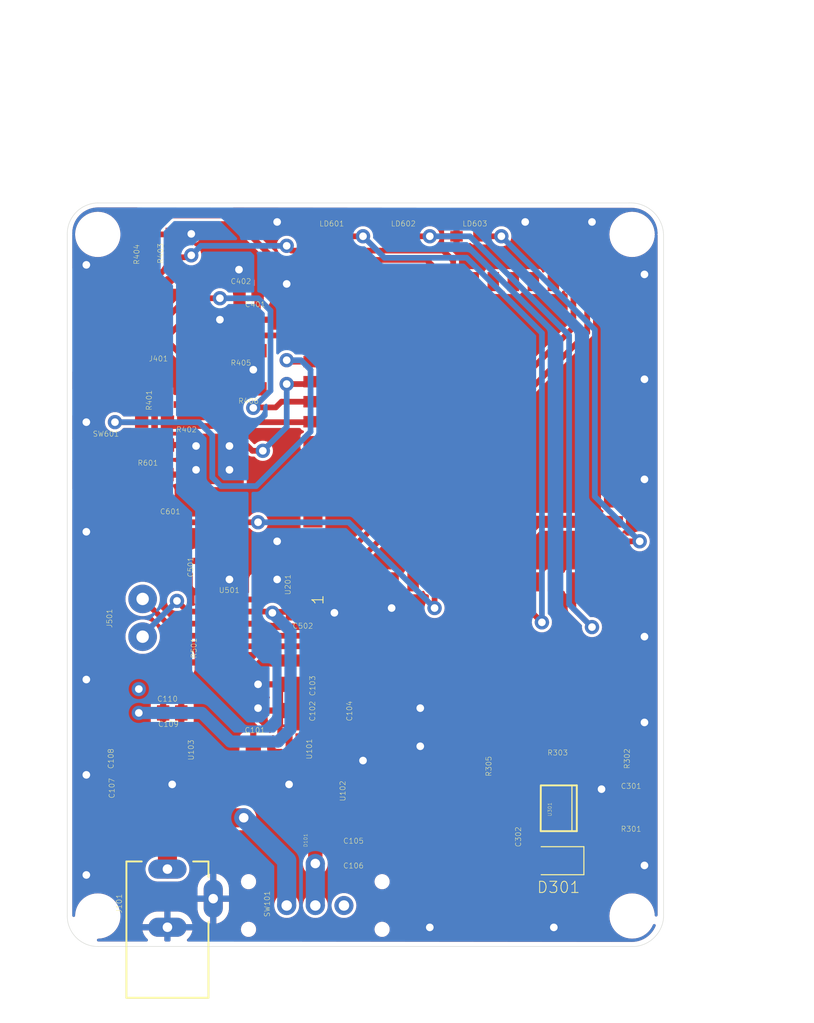
<source format=kicad_pcb>
(kicad_pcb (version 20240108) (generator "pcbnew") (generator_version "8.0")
  (layers (0 "F.Cu" signal) (31 "B.Cu" signal) (34 "B.Paste" user) (35 "F.Paste" user) (36 "B.SilkS" user "B.Silkscreen") (37 "F.SilkS" user "F.Silkscreen") (38 "B.Mask" user) (39 "F.Mask" user) (44 "Edge.Cuts" user))
  (net 0 "")
  (net 1 "GND")
  (net 2 "+3V3_DIGITAL")
  (net 3 "SDIO_D1")
  (net 4 "SDIO_D0")
  (net 5 "SDIO_D2")
  (net 6 "SDIO_D3")
  (net 7 "SDIO_CLK")
  (net 8 "SDIO_CMD")
  (net 9 "LED_G")
  (net 10 "LED_Y")
  (net 11 "LED_R")
  (net 12 "~{BUTTON_PUSHED}")
  (net 13 "V_IN'")
  (net 14 "V_IN")
  (net 15 "+7V5'")
  (net 16 "+7V5")
  (net 17 "SDIO_DETECT")
  (net 18 "+3V3_ANALOG")
  (net 19 "+5V")
  (net 20 "CAN_STDBY")
  (net 21 "CAN_TXD")
  (net 22 "CAN_RXD")
  (net 23 "CAN_H")
  (net 24 "CAN_L")
  (net 25 "N$1")
  (net 26 "N$7")
  (net 27 "N$3")
  (net 28 "N$8")
  (net 29 "SENSOR_MEASURE")
  (footprint "uv_meter_v1:0805_GRM" (layer "F.Cu") (at 148.251292 134.005229 180)
    (property "Reference" "C106")
    (property "Value" "10uF")
  )
  (footprint "uv_meter_v1:COMMUTATOR_SK-12F17-G" (layer "F.Cu") (at 143.251292 142.505229)
    (property "Reference" "SW101")
    (property "Value" "SK-12F17-G")
  )
  (footprint "" (layer "F.Cu") (at 120.451292 140.805229)
    (property "Reference" "@HOLE0" (hide yes))
    (property "Value" "")
  )
  (footprint "uv_meter_v1:SOT23-5" (layer "F.Cu") (at 140.501292 123.505229 90)
    (property "Reference" "U101")
    (property "Value" "3.3V, 200mA ")
  )
  (footprint "uv_meter_v1:RES_0805_ERJ" (layer "F.Cu") (at 126.501292 94.505229)
    (property "Reference" "R601")
    (property "Value" "100k")
  )
  (footprint "uv_meter_v1:RES_0805_ERJ" (layer "F.Cu") (at 136.251292 81.505229)
    (property "Reference" "R405")
    (property "Value" "22k")
  )
  (footprint "uv_meter_v1:RES_0805_VISHAY" (layer "F.Cu") (at 162.751292 129.005229 -90)
    (property "Reference" "R304" (hide yes))
    (property "Value" "5.1k" (hide yes))
  )
  (footprint "uv_meter_v1:LED_0805" (layer "F.Cu") (at 159.251292 69.505229)
    (property "Reference" "LD603")
    (property "Value" "GREEN")
  )
  (footprint "uv_meter_v1:RES_0805_ERJ" (layer "F.Cu") (at 125.751292 70.505229 90)
    (property "Reference" "R404")
    (property "Value" "22k")
  )
  (footprint "uv_meter_v1:0805_GRM" (layer "F.Cu") (at 163.251292 132.505229 90)
    (property "Reference" "C302")
    (property "Value" "0.1uF")
  )
  (footprint "uv_meter_v1:0805_GRM" (layer "F.Cu") (at 128.251292 116.755229)
    (property "Reference" "C110")
    (property "Value" "1uF")
  )
  (footprint "uv_meter_v1:RES_0805_ERJ" (layer "F.Cu") (at 162.751292 125.005229 90)
    (property "Reference" "R305")
    (property "Value" "1k")
  )
  (footprint "uv_meter_v1:BUTTON_PUSH_CK" (layer "F.Cu") (at 120.751292 94.505229 90)
    (property "Reference" "SW601")
    (property "Value" "BUTTON_PTS64")
  )
  (footprint "uv_meter_v1:0805_GRM" (layer "F.Cu") (at 148.251292 131.505229 180)
    (property "Reference" "C105")
    (property "Value" "0.1uF")
  )
  (footprint "uv_meter_v1:CONN_SD_5033981892" (layer "F.Cu") (at 124.751292 80.505229 90)
    (property "Reference" "J401")
    (property "Value" "SD")
  )
  (footprint "uv_meter_v1:0805_GRM" (layer "F.Cu") (at 128.251292 119.505229)
    (property "Reference" "C109")
    (property "Value" "0.1uF")
  )
  (footprint "uv_meter_v1:RES_0805_ERJ" (layer "F.Cu") (at 128.251292 70.505229 90)
    (property "Reference" "R403")
    (property "Value" "22k")
  )
  (footprint "uv_meter_v1:0805_GRM" (layer "F.Cu") (at 126.251292 97.005229)
    (property "Reference" "C601")
    (property "Value" "1uF")
  )
  (footprint "uv_meter_v1:SOCKET_STM32" (layer "F.Cu") (at 158.751292 90.005229 90)
    (property "Reference" "U201")
    (property "Value" "Socket STM32")
  )
  (footprint "uv_meter_v1:0805_GRM" (layer "F.Cu") (at 141.751292 109.005229)
    (property "Reference" "C502")
    (property "Value" "0.1uF")
  )
  (footprint "uv_meter_v1:0805_GRM" (layer "F.Cu") (at 140.501292 116.505229)
    (property "Reference" "C103")
    (property "Value" "10uF")
  )
  (footprint "uv_meter_v1:0805_GRM" (layer "F.Cu") (at 140.501292 119.255229)
    (property "Reference" "C102")
    (property "Value" "0.1uF")
  )
  (footprint "uv_meter_v1:RES_0805_ERJ" (layer "F.Cu") (at 129.251292 113.005229 90)
    (property "Reference" "R501")
    (property "Value" "10k")
  )
  (footprint "uv_meter_v1:RES_0805_ERJ" (layer "F.Cu") (at 136.251292 85.505229)
    (property "Reference" "R406")
    (property "Value" "22k")
  )
  (footprint "uv_meter_v1:0805_GRM" (layer "F.Cu") (at 124.251292 127.505229 180)
    (property "Reference" "C107")
    (property "Value" "1uF")
  )
  (footprint "uv_meter_v1:RES_0805_ERJ" (layer "F.Cu") (at 127.751292 90.205229 -90)
    (property "Reference" "R402")
    (property "Value" "22k")
  )
  (footprint "uv_meter_v1:SOT23-5" (layer "F.Cu") (at 148.251292 127.505229 -90)
    (property "Reference" "U102")
    (property "Value" "3.3V, 200mA ")
  )
  (footprint "uv_meter_v1:0805_GRM" (layer "F.Cu") (at 131.501292 104.505229 90)
    (property "Reference" "C501")
    (property "Value" "0.1uF")
  )
  (footprint "uv_meter_v1:FUSE_1206" (layer "F.Cu") (at 129.251292 130.505229)
    (property "Reference" "F101" (hide yes))
    (property "Value" "125mA" (hide yes))
  )
  (footprint "" (layer "F.Cu") (at 120.451292 69.305229)
    (property "Reference" "@HOLE3" (hide yes))
    (property "Value" "")
  )
  (footprint "uv_meter_v1:RES_0805_ERJ" (layer "F.Cu") (at 125.051292 90.105229 -90)
    (property "Reference" "R401")
    (property "Value" "22k")
  )
  (footprint "uv_meter_v1:0805_GRM" (layer "F.Cu") (at 176.251292 128.505229 180)
    (property "Reference" "C301")
    (property "Value" "0.1uF")
  )
  (footprint "uv_meter_v1:LED_0805" (layer "F.Cu") (at 144.251292 69.505229)
    (property "Reference" "LD601")
    (property "Value" "RED")
  )
  (footprint "uv_meter_v1:LED_0805" (layer "F.Cu") (at 151.751292 69.505229)
    (property "Reference" "LD602")
    (property "Value" "YELLOW")
  )
  (footprint "uv_meter_v1:SOD123_ST" (layer "F.Cu") (at 143.251292 131.755229 90)
    (property "Reference" "D101")
    (property "Value" "60V")
  )
  (footprint "uv_meter_v1:0805_GRM" (layer "F.Cu") (at 136.251292 75.505229 180)
    (property "Reference" "C402")
    (property "Value" "10uF")
  )
  (footprint "uv_meter_v1:RES_0805_ERJ" (layer "F.Cu") (at 177.251292 124.505229 90)
    (property "Reference" "R302")
    (property "Value" "1k")
  )
  (footprint "uv_meter_v1:PHOTODIODE_MOLDED" (layer "F.Cu") (at 168.751292 135.005229 180)
    (property "Reference" "D301")
    (property "Value" "UV_340NM")
  )
  (footprint "uv_meter_v1:SO_8" (layer "F.Cu") (at 134.251292 109.505229 90)
    (property "Reference" "U501")
    (property "Value" "MCP2562")
  )
  (footprint "" (layer "F.Cu") (at 176.451292 140.805229)
    (property "Reference" "@HOLE1" (hide yes))
    (property "Value" "")
  )
  (footprint "uv_meter_v1:RES_0805_ERJ" (layer "F.Cu") (at 168.751292 125.005229)
    (property "Reference" "R303")
    (property "Value" "3.3k")
  )
  (footprint "uv_meter_v1:SOIC8" (layer "F.Cu") (at 168.751292 129.505229 90)
    (property "Reference" "U301")
    (property "Value" "LMV358ST")
  )
  (footprint "uv_meter_v1:0805_GRM" (layer "F.Cu") (at 148.251292 120.505229 90)
    (property "Reference" "C104")
    (property "Value" "0.1uF")
  )
  (footprint "uv_meter_v1:SOT23-5" (layer "F.Cu") (at 128.251292 123.505229 90)
    (property "Reference" "U103")
    (property "Value" "5V, 200mA ")
  )
  (footprint "" (layer "F.Cu") (at 176.451292 69.305229)
    (property "Reference" "@HOLE2" (hide yes))
    (property "Value" "")
  )
  (footprint "uv_meter_v1:0805_GRM" (layer "F.Cu") (at 136.751292 123.755229 90)
    (property "Reference" "C101")
    (property "Value" "0.1uF")
  )
  (footprint "uv_meter_v1:JST_VH_2F_SIDE" (layer "F.Cu") (at 125.251292 109.505229 -90)
    (property "Reference" "J501")
    (property "Value" "VH")
  )
  (footprint "uv_meter_v1:RES_0805_ERJ" (layer "F.Cu") (at 176.251292 130.505229)
    (property "Reference" "R301")
    (property "Value" "10M")
  )
  (footprint "uv_meter_v1:CONN_DC_PWR_JACK" (layer "F.Cu") (at 127.751292 140.255229)
    (property "Reference" "J101")
    (property "Value" "CONN_DC_PWR_JACK")
  )
  (footprint "uv_meter_v1:0805_GRM" (layer "F.Cu") (at 136.251292 78.255229 180)
    (property "Reference" "C401")
    (property "Value" "0.1uF")
  )
  (footprint "uv_meter_v1:0805_GRM" (layer "F.Cu") (at 124.251292 124.505229 180)
    (property "Reference" "C108")
    (property "Value" "0.1uF")
  )
  (gr_line (start 117.251292 69.305229) (end 117.251292 140.805229) (stroke (width 0.05)) (layer "Edge.Cuts"))
  (gr_arc (start 176.151292 66.005229) (mid 178.634744 66.909645) (end 179.751292 69.305229) (stroke (width 0.05)) (layer "Edge.Cuts"))
  (gr_line (start 176.151292 66.005229) (end 120.451292 66.005229) (stroke (width 0.05)) (layer "Edge.Cuts"))
  (gr_line (start 179.751292 141.005229) (end 179.751292 69.305229) (stroke (width 0.05)) (layer "Edge.Cuts"))
  (gr_arc (start 120.451292 144.005229) (mid 118.18855 143.067971) (end 117.251292 140.805229) (stroke (width 0.05)) (layer "Edge.Cuts"))
  (gr_arc (start 117.251292 69.305229) (mid 118.16784 66.992487) (end 120.451292 66.005229) (stroke (width 0.05)) (layer "Edge.Cuts"))
  (gr_arc (start 179.751292 141.005229) (mid 178.794176 143.048113) (end 176.751292 144.00523) (stroke (width 0.05)) (layer "Edge.Cuts"))
  (gr_line (start 120.451292 144.005229) (end 176.751292 144.005229) (stroke (width 0.05)) (layer "Edge.Cuts"))
  (segment (start 148.251292 124.505229) (end 148.251292 126.305229) (width 0.6) (layer "F.Cu") (net 1))
  (segment (start 130.051292 74.005229) (end 128.351292 74.005229) (width 0.6) (layer "F.Cu") (net 1))
  (segment (start 171.501292 127.600229) (end 171.501292 128.870229) (width 0.6) (layer "F.Cu") (net 1))
  (segment (start 171.501292 127.600229) (end 173.156292 127.600229) (width 0.6) (layer "F.Cu") (net 1))
  (segment (start 128.251292 124.705229) (end 128.251292 127.005229) (width 0.6) (layer "F.Cu") (net 1))
  (segment (start 128.351292 74.005229) (end 124.851292 77.505229) (width 0.6) (layer "F.Cu") (net 1))
  (segment (start 118.751292 77.505229) (end 124.851292 77.505229) (width 0.6) (layer "F.Cu") (net 1))
  (segment (start 173.156292 127.600229) (end 173.251292 127.505229) (width 0.6) (layer "F.Cu") (net 1))
  (segment (start 136.901292 110.140229) (end 137.886292 110.140229) (width 0.6) (layer "F.Cu") (net 1))
  (segment (start 140.501292 124.705229) (end 140.501292 127.005229) (width 0.6) (layer "F.Cu") (net 1))
  (segment (start 137.886292 110.140229) (end 138.151292 110.405229) (width 0.6) (layer "F.Cu") (net 1))
  (via (at 177.75 120.5) (size 1.5) (drill 0.8) (layers "F.Cu" "B.Cu") (net 1))
  (via (at 151.25 108.5) (size 1.5) (drill 0.8) (layers "F.Cu" "B.Cu") (net 1))
  (via (at 119.25 100.5) (size 1.5) (drill 0.8) (layers "F.Cu" "B.Cu") (net 1))
  (via (at 140.5 127) (size 1.5) (drill 0.8) (layers "F.Cu" "B.Cu") (net 1))
  (via (at 119.25 136.5) (size 1.5) (drill 0.8) (layers "F.Cu" "B.Cu") (net 1))
  (via (at 154.25 123) (size 1.5) (drill 0.8) (layers "F.Cu" "B.Cu") (net 1))
  (via (at 172.25 68) (size 1.5) (drill 0.8) (layers "F.Cu" "B.Cu") (net 1))
  (via (at 177.75 73.5) (size 1.5) (drill 0.8) (layers "F.Cu" "B.Cu") (net 1))
  (via (at 148.25 124.5) (size 1.5) (drill 0.8) (layers "F.Cu" "B.Cu") (net 1))
  (via (at 139.25 101.5) (size 1.5) (drill 0.8) (layers "F.Cu" "B.Cu") (net 1))
  (via (at 155.25 142) (size 1.5) (drill 0.8) (layers "F.Cu" "B.Cu") (net 1))
  (via (at 168.25 142) (size 1.5) (drill 0.8) (layers "F.Cu" "B.Cu") (net 1))
  (via (at 140.25 74.5) (size 1.5) (drill 0.8) (layers "F.Cu" "B.Cu") (net 1))
  (via (at 139.25 105.5) (size 1.5) (drill 0.8) (layers "F.Cu" "B.Cu") (net 1))
  (via (at 145.25 109) (size 1.5) (drill 0.8) (layers "F.Cu" "B.Cu") (net 1))
  (via (at 119.25 116) (size 1.5) (drill 0.8) (layers "F.Cu" "B.Cu") (net 1))
  (via (at 119.25 72.5) (size 1.5) (drill 0.8) (layers "F.Cu" "B.Cu") (net 1))
  (via (at 177.75 135.5) (size 1.5) (drill 0.8) (layers "F.Cu" "B.Cu") (net 1))
  (via (at 177.75 95) (size 1.5) (drill 0.8) (layers "F.Cu" "B.Cu") (net 1))
  (via (at 119.25 126) (size 1.5) (drill 0.8) (layers "F.Cu" "B.Cu") (net 1))
  (via (at 128.25 127) (size 1.5) (drill 0.8) (layers "F.Cu" "B.Cu") (net 1))
  (via (at 177.75 84.5) (size 1.5) (drill 0.8) (layers "F.Cu" "B.Cu") (net 1))
  (via (at 177.75 111.5) (size 1.5) (drill 0.8) (layers "F.Cu" "B.Cu") (net 1))
  (via (at 154.25 119) (size 1.5) (drill 0.8) (layers "F.Cu" "B.Cu") (net 1))
  (via (at 165.25 68) (size 1.5) (drill 0.8) (layers "F.Cu" "B.Cu") (net 1))
  (via (at 173.25 127.5) (size 1.5) (drill 0.8) (layers "F.Cu" "B.Cu") (net 1))
  (via (at 119.25 89) (size 1.5) (drill 0.8) (layers "F.Cu" "B.Cu") (net 1))
  (via (at 139.25 68) (size 1.5) (drill 0.8) (layers "F.Cu" "B.Cu") (net 1))
  (segment (start 159.001292 114.005229) (end 138.051292 114.005229) (width 1.27) (layer "F.Cu") (net 2))
  (segment (start 137.451292 82.605229) (end 137.451292 84.205229) (width 0.6) (layer "F.Cu") (net 2))
  (segment (start 128.051292 79.705229) (end 129.511292 78.245229) (width 0.6) (layer "F.Cu") (net 2))
  (segment (start 164.001292 101.881092) (end 164.001292 105.765573) (width 1.27) (layer "F.Cu") (net 2))
  (segment (start 164.001292 105.765573) (end 164.001292 109.005229) (width 1.27) (layer "F.Cu") (net 2))
  (segment (start 164.001292 105.765573) (end 163.751292 105.855229) (width 0.6) (layer "F.Cu") (net 2))
  (segment (start 129.511292 78.245229) (end 135.301292 78.255229) (width 0.6) (layer "F.Cu") (net 2))
  (segment (start 135.301292 75.505229) (end 135.301292 78.255229) (width 1.27) (layer "F.Cu") (net 2))
  (segment (start 174.501292 99.455229) (end 166.401292 99.455229) (width 1.27) (layer "F.Cu") (net 2))
  (segment (start 166.401292 99.455229) (end 164.001292 101.881092) (width 1.27) (layer "F.Cu") (net 2))
  (segment (start 118.751292 79.705229) (end 128.051292 79.705229) (width 0.6) (layer "F.Cu") (net 2))
  (segment (start 125.751292 69.305229) (end 128.251292 69.305229) (width 0.6) (layer "F.Cu") (net 2))
  (segment (start 174.501292 99.455229) (end 174.101292 99.705229) (width 0.6) (layer "F.Cu") (net 2))
  (segment (start 164.001292 109.005229) (end 159.001292 114.005229) (width 1.27) (layer "F.Cu") (net 2))
  (segment (start 137.451292 81.505229) (end 137.451292 82.605229) (width 0.6) (layer "F.Cu") (net 2))
  (segment (start 137.451292 85.505229) (end 137.451292 84.205229) (width 0.6) (layer "F.Cu") (net 2))
  (segment (start 138.051292 114.005229) (end 137.251292 114.805229) (width 1.27) (layer "F.Cu") (net 2))
  (segment (start 135.251292 75.455229) (end 135.301292 75.505229) (width 1.27) (layer "F.Cu") (net 2))
  (segment (start 130.251292 69.255229) (end 128.301292 69.255229) (width 0.6) (layer "F.Cu") (net 2))
  (segment (start 128.301292 69.255229) (end 128.251292 69.305229) (width 0.6) (layer "F.Cu") (net 2))
  (segment (start 136.751292 83.505229) (end 137.451292 82.605229) (width 0.6) (layer "F.Cu") (net 2))
  (segment (start 137.451292 84.205229) (end 136.751292 83.505229) (width 0.6) (layer "F.Cu") (net 2))
  (segment (start 135.251292 73.005229) (end 135.251292 75.455229) (width 1.27) (layer "F.Cu") (net 2))
  (segment (start 137.251292 114.805229) (end 137.251292 116.505229) (width 1.27) (layer "F.Cu") (net 2))
  (via (at 134.25 105.5) (size 1.5) (drill 0.8) (layers "F.Cu" "B.Cu") (net 2))
  (via (at 137.25 119) (size 1.5) (drill 0.8) (layers "F.Cu" "B.Cu") (net 2))
  (via (at 130.75 91.5) (size 1.5) (drill 0.8) (layers "F.Cu" "B.Cu") (net 2))
  (via (at 137.25 116.5) (size 1.5) (drill 0.8) (layers "F.Cu" "B.Cu") (net 2))
  (via (at 130.25 69.25) (size 1.5) (drill 0.8) (layers "F.Cu" "B.Cu") (net 2))
  (via (at 134.25 91.5) (size 1.5) (drill 0.8) (layers "F.Cu" "B.Cu") (net 2))
  (via (at 134.25 94) (size 1.5) (drill 0.8) (layers "F.Cu" "B.Cu") (net 2))
  (via (at 133.25 78.25) (size 1.5) (drill 0.8) (layers "F.Cu" "B.Cu") (net 2))
  (via (at 135.25 73) (size 1.5) (drill 0.8) (layers "F.Cu" "B.Cu") (net 2))
  (via (at 136.75 83.5) (size 1.5) (drill 0.8) (layers "F.Cu" "B.Cu") (net 2))
  (via (at 130.75 94) (size 1.5) (drill 0.8) (layers "F.Cu" "B.Cu") (net 2))
  (segment (start 155.601292 72.655229) (end 154.926292 71.980229) (width 0.6) (layer "F.Cu") (net 3))
  (segment (start 134.351292 67.321229) (end 124.851292 67.321229) (width 0.6) (layer "F.Cu") (net 3))
  (segment (start 125.751292 71.705229) (end 124.451292 71.705229) (width 0.6) (layer "F.Cu") (net 3))
  (segment (start 123.751292 68.421229) (end 123.751292 71.005229) (width 0.6) (layer "F.Cu") (net 3))
  (segment (start 123.751292 71.005229) (end 124.451292 71.705229) (width 0.6) (layer "F.Cu") (net 3))
  (segment (start 125.751292 71.705229) (end 125.751292 72.805229) (width 0.6) (layer "F.Cu") (net 3))
  (segment (start 154.926292 71.980229) (end 139.010292 71.980229) (width 0.6) (layer "F.Cu") (net 3))
  (segment (start 139.010292 71.980229) (end 134.351292 67.321229) (width 0.6) (layer "F.Cu") (net 3))
  (segment (start 155.601292 74.255229) (end 155.601292 72.655229) (width 0.6) (layer "F.Cu") (net 3))
  (segment (start 125.751292 72.805229) (end 123.251292 75.305229) (width 0.6) (layer "F.Cu") (net 3))
  (segment (start 124.851292 67.321229) (end 123.751292 68.421229) (width 0.6) (layer "F.Cu") (net 3))
  (segment (start 123.251292 75.305229) (end 118.751292 75.305229) (width 0.6) (layer "F.Cu") (net 3))
  (segment (start 130.051292 71.705229) (end 128.251292 71.705229) (width 0.6) (layer "F.Cu") (net 4))
  (segment (start 118.751292 76.405229) (end 124.051292 76.405229) (width 0.6) (layer "F.Cu") (net 4))
  (segment (start 124.051292 76.405229) (end 127.351292 73.105229) (width 0.6) (layer "F.Cu") (net 4))
  (segment (start 157.701292 74.255229) (end 157.701292 72.055229) (width 0.6) (layer "F.Cu") (net 4))
  (segment (start 140.751292 71.005229) (end 140.251292 70.505229) (width 0.6) (layer "F.Cu") (net 4))
  (segment (start 156.651292 71.005229) (end 140.751292 71.005229) (width 0.6) (layer "F.Cu") (net 4))
  (segment (start 130.251292 71.505229) (end 130.051292 71.705229) (width 0.6) (layer "F.Cu") (net 4))
  (segment (start 157.701292 72.055229) (end 156.651292 71.005229) (width 0.6) (layer "F.Cu") (net 4))
  (segment (start 127.351292 73.105229) (end 128.251292 71.705229) (width 0.6) (layer "F.Cu") (net 4))
  (via (at 130.25 71.5) (size 1.5) (drill 0.8) (layers "F.Cu" "B.Cu") (net 4))
  (via (at 140.25 70.5) (size 1.5) (drill 0.8) (layers "F.Cu" "B.Cu") (net 4))
  (segment (start 131.251292 70.505229) (end 130.251292 71.505229) (width 0.6) (layer "B.Cu") (net 4))
  (segment (start 131.251292 70.505229) (end 140.251292 70.505229) (width 0.6) (layer "B.Cu") (net 4))
  (segment (start 140.401292 82.655229) (end 140.251292 82.505229) (width 0.6) (layer "F.Cu") (net 5))
  (segment (start 125.051292 88.905229) (end 124.951292 89.005229) (width 0.6) (layer "F.Cu") (net 5))
  (segment (start 118.751292 83.005229) (end 122.851292 83.005229) (width 0.6) (layer "F.Cu") (net 5))
  (segment (start 125.051292 85.205229) (end 125.051292 88.905229) (width 0.6) (layer "F.Cu") (net 5))
  (segment (start 124.951292 89.005229) (end 122.251292 89.005229) (width 0.6) (layer "F.Cu") (net 5))
  (segment (start 143.001292 82.655229) (end 140.401292 82.655229) (width 0.6) (layer "F.Cu") (net 5))
  (segment (start 122.851292 83.005229) (end 125.051292 85.205229) (width 0.6) (layer "F.Cu") (net 5))
  (via (at 140.25 82.5) (size 1.5) (drill 0.8) (layers "F.Cu" "B.Cu") (net 5))
  (via (at 122.25 89) (size 1.5) (drill 0.8) (layers "F.Cu" "B.Cu") (net 5))
  (segment (start 133.351292 95.705229) (end 137.051292 95.705229) (width 0.6) (layer "B.Cu") (net 5))
  (segment (start 131.051292 89.005229) (end 132.451292 90.405229) (width 0.6) (layer "B.Cu") (net 5))
  (segment (start 122.251292 89.005229) (end 131.051292 89.005229) (width 0.6) (layer "B.Cu") (net 5))
  (segment (start 137.051292 95.705229) (end 142.751292 90.005229) (width 0.6) (layer "B.Cu") (net 5))
  (segment (start 142.751292 90.005229) (end 142.751292 83.505229) (width 0.6) (layer "B.Cu") (net 5))
  (segment (start 141.751292 82.505229) (end 140.251292 82.505229) (width 0.6) (layer "B.Cu") (net 5))
  (segment (start 142.751292 83.505229) (end 141.751292 82.505229) (width 0.6) (layer "B.Cu") (net 5))
  (segment (start 132.451292 90.405229) (end 132.451292 94.805229) (width 0.6) (layer "B.Cu") (net 5))
  (segment (start 132.451292 94.805229) (end 133.351292 95.705229) (width 0.6) (layer "B.Cu") (net 5))
  (segment (start 118.751292 81.905229) (end 124.151292 81.905229) (width 0.6) (layer "F.Cu") (net 6))
  (segment (start 128.151292 89.405229) (end 127.751292 89.005229) (width 0.6) (layer "F.Cu") (net 6))
  (segment (start 143.001292 84.755229) (end 142.751292 85.005229) (width 0.6) (layer "F.Cu") (net 6))
  (segment (start 142.751292 85.005229) (end 140.251292 85.005229) (width 0.6) (layer "F.Cu") (net 6))
  (segment (start 124.151292 81.905229) (end 127.751292 85.505229) (width 0.6) (layer "F.Cu") (net 6))
  (segment (start 137.751292 92.005229) (end 136.651292 92.005229) (width 0.6) (layer "F.Cu") (net 6))
  (segment (start 127.751292 85.505229) (end 127.751292 89.005229) (width 0.6) (layer "F.Cu") (net 6))
  (segment (start 134.051292 89.405229) (end 128.151292 89.405229) (width 0.6) (layer "F.Cu") (net 6))
  (segment (start 136.651292 92.005229) (end 134.051292 89.405229) (width 0.6) (layer "F.Cu") (net 6))
  (via (at 140.25 85) (size 1.5) (drill 0.8) (layers "F.Cu" "B.Cu") (net 6))
  (via (at 137.751292 92.005229) (size 1.5) (drill 0.8) (layers "F.Cu" "B.Cu") (net 6))
  (segment (start 140.251292 89.505229) (end 140.251292 85.005229) (width 0.6) (layer "B.Cu") (net 6))
  (segment (start 137.751292 92.005229) (end 140.251292 89.505229) (width 0.6) (layer "B.Cu") (net 6))
  (segment (start 139.701292 86.855229) (end 139.101292 87.455229) (width 0.6) (layer "F.Cu") (net 7))
  (segment (start 143.001292 86.855229) (end 139.701292 86.855229) (width 0.6) (layer "F.Cu") (net 7))
  (segment (start 139.101292 87.455229) (end 136.801292 87.455229) (width 0.6) (layer "F.Cu") (net 7))
  (segment (start 133.251292 76.005229) (end 129.751292 76.005229) (width 0.6) (layer "F.Cu") (net 7))
  (segment (start 129.751292 76.005229) (end 127.151292 78.605229) (width 0.6) (layer "F.Cu") (net 7))
  (segment (start 136.801292 87.455229) (end 136.751292 87.505229) (width 0.6) (layer "F.Cu") (net 7))
  (segment (start 127.151292 78.605229) (end 118.751292 78.605229) (width 0.6) (layer "F.Cu") (net 7))
  (via (at 136.75 87.5) (size 1.5) (drill 0.8) (layers "F.Cu" "B.Cu") (net 7))
  (via (at 133.25 76) (size 1.5) (drill 0.8) (layers "F.Cu" "B.Cu") (net 7))
  (segment (start 136.751292 87.505229) (end 138.551292 85.705229) (width 0.6) (layer "B.Cu") (net 7))
  (segment (start 133.251292 76.005229) (end 137.251292 76.005229) (width 0.6) (layer "B.Cu") (net 7))
  (segment (start 137.251292 76.005229) (end 138.551292 77.305229) (width 0.6) (layer "B.Cu") (net 7))
  (segment (start 138.551292 77.305229) (end 138.551292 85.705229) (width 0.6) (layer "B.Cu") (net 7))
  (segment (start 118.751292 80.805229) (end 128.051292 80.805229) (width 0.6) (layer "F.Cu") (net 8))
  (segment (start 142.951292 89.005229) (end 136.251292 89.005229) (width 0.6) (layer "F.Cu") (net 8))
  (segment (start 143.001292 88.955229) (end 142.951292 89.005229) (width 0.6) (layer "F.Cu") (net 8))
  (segment (start 135.251292 85.305229) (end 135.251292 85.805229) (width 0.6) (layer "F.Cu") (net 8))
  (segment (start 132.751292 82.805229) (end 135.251292 85.305229) (width 0.6) (layer "F.Cu") (net 8))
  (segment (start 130.051292 82.805229) (end 132.751292 82.805229) (width 0.6) (layer "F.Cu") (net 8))
  (segment (start 135.251292 88.005229) (end 135.251292 85.805229) (width 0.6) (layer "F.Cu") (net 8))
  (segment (start 130.051292 82.805229) (end 128.051292 80.805229) (width 0.6) (layer "F.Cu") (net 8))
  (segment (start 135.251292 85.805229) (end 135.051292 85.505229) (width 0.6) (layer "F.Cu") (net 8))
  (segment (start 136.251292 89.005229) (end 135.251292 88.005229) (width 0.6) (layer "F.Cu") (net 8))
  (segment (start 174.551292 101.505229) (end 177.251292 101.505229) (width 0.6) (layer "F.Cu") (net 9))
  (segment (start 174.501292 101.555229) (end 174.551292 101.505229) (width 0.6) (layer "F.Cu") (net 9))
  (segment (start 160.451292 69.505229) (end 162.751292 69.505229) (width 0.6) (layer "F.Cu") (net 9))
  (via (at 177.25 101.5) (size 1.5) (drill 0.8) (layers "F.Cu" "B.Cu") (net 9))
  (via (at 162.75 69.5) (size 1.5) (drill 0.8) (layers "F.Cu" "B.Cu") (net 9))
  (segment (start 172.551292 79.305229) (end 172.551292 96.805229) (width 0.6) (layer "B.Cu") (net 9))
  (segment (start 172.551292 96.805229) (end 177.251292 101.505229) (width 0.6) (layer "B.Cu") (net 9))
  (segment (start 162.751292 69.505229) (end 172.551292 79.305229) (width 0.6) (layer "B.Cu") (net 9))
  (segment (start 170.301292 108.555229) (end 172.251292 110.505229) (width 0.6) (layer "F.Cu") (net 10))
  (segment (start 170.301292 105.755229) (end 170.301292 108.555229) (width 0.6) (layer "F.Cu") (net 10))
  (segment (start 152.951292 69.505229) (end 155.251292 69.505229) (width 0.6) (layer "F.Cu") (net 10))
  (via (at 172.25 110.5) (size 1.5) (drill 0.8) (layers "F.Cu" "B.Cu") (net 10))
  (via (at 155.25 69.5) (size 1.5) (drill 0.8) (layers "F.Cu" "B.Cu") (net 10))
  (segment (start 169.851292 108.105229) (end 169.851292 79.905229) (width 0.6) (layer "B.Cu") (net 10))
  (segment (start 172.251292 110.505229) (end 169.851292 108.105229) (width 0.6) (layer "B.Cu") (net 10))
  (segment (start 169.851292 79.905229) (end 159.451292 69.505229) (width 0.6) (layer "B.Cu") (net 10))
  (segment (start 155.251292 69.505229) (end 159.451292 69.505229) (width 0.6) (layer "B.Cu") (net 10))
  (segment (start 145.451292 69.505229) (end 148.251292 69.505229) (width 0.6) (layer "F.Cu") (net 11))
  (segment (start 166.101292 105.755229) (end 166.101292 109.105229) (width 0.6) (layer "F.Cu") (net 11))
  (segment (start 166.101292 109.105229) (end 167.001292 110.005229) (width 0.6) (layer "F.Cu") (net 11))
  (via (at 167 110) (size 1.5) (drill 0.8) (layers "F.Cu" "B.Cu") (net 11))
  (via (at 148.25 69.5) (size 1.5) (drill 0.8) (layers "F.Cu" "B.Cu") (net 11))
  (segment (start 159.101292 71.755229) (end 167.001292 79.655229) (width 0.6) (layer "B.Cu") (net 11))
  (segment (start 167.001292 110.005229) (end 167.001292 79.655229) (width 0.6) (layer "B.Cu") (net 11))
  (segment (start 148.251292 69.505229) (end 150.501292 71.755229) (width 0.6) (layer "B.Cu") (net 11))
  (segment (start 150.501292 71.755229) (end 159.101292 71.755229) (width 0.6) (layer "B.Cu") (net 11))
  (segment (start 155.751292 105.905229) (end 155.751292 108.505229) (width 0.6) (layer "F.Cu") (net 12))
  (segment (start 122.191292 96.765229) (end 125.391292 96.765229) (width 0.6) (layer "F.Cu") (net 12))
  (segment (start 125.301292 97.005229) (end 125.391292 96.715229) (width 0.6) (layer "F.Cu") (net 12))
  (segment (start 155.601292 105.755229) (end 155.751292 105.905229) (width 0.6) (layer "F.Cu") (net 12))
  (segment (start 125.301292 94.505229) (end 125.391292 94.085229) (width 0.6) (layer "F.Cu") (net 12))
  (segment (start 137.251292 99.505229) (end 126.151292 99.505229) (width 0.6) (layer "F.Cu") (net 12))
  (segment (start 122.351292 97.105229) (end 122.191292 96.765229) (width 0.6) (layer "F.Cu") (net 12))
  (segment (start 125.391292 96.715229) (end 125.391292 96.765229) (width 0.6) (layer "F.Cu") (net 12))
  (segment (start 126.151292 99.505229) (end 125.301292 98.655229) (width 0.6) (layer "F.Cu") (net 12))
  (segment (start 122.351292 91.805229) (end 122.351292 97.105229) (width 0.6) (layer "F.Cu") (net 12))
  (segment (start 125.391292 96.715229) (end 125.391292 94.085229) (width 0.6) (layer "F.Cu") (net 12))
  (segment (start 125.301292 98.655229) (end 125.301292 97.005229) (width 0.6) (layer "F.Cu") (net 12))
  (via (at 137.25 99.5) (size 1.5) (drill 0.8) (layers "F.Cu" "B.Cu") (net 12))
  (via (at 155.75 108.5) (size 1.5) (drill 0.8) (layers "F.Cu" "B.Cu") (net 12))
  (segment (start 146.751292 99.505229) (end 137.251292 99.505229) (width 0.6) (layer "B.Cu") (net 12))
  (segment (start 155.751292 108.505229) (end 146.751292 99.505229) (width 0.6) (layer "B.Cu") (net 12))
  (segment (start 130.851292 130.505229) (end 135.751292 130.505229) (width 2) (layer "F.Cu") (net 13))
  (via (at 135.75 130.5) (size 2) (drill 1) (layers "F.Cu" "B.Cu") (net 13))
  (segment (start 140.251292 135.005229) (end 140.251292 139.705229) (width 2) (layer "B.Cu") (net 13))
  (segment (start 135.751292 130.505229) (end 140.251292 135.005229) (width 2) (layer "B.Cu") (net 13))
  (segment (start 127.751292 135.885229) (end 127.751292 130.695229) (width 2) (layer "F.Cu") (net 14))
  (segment (start 127.751292 130.695229) (end 127.651292 130.505229) (width 1.5) (layer "F.Cu") (net 14))
  (segment (start 143.251292 135.305229) (end 143.251292 133.495229) (width 1.5) (layer "F.Cu") (net 15))
  (via (at 143.25 135.3) (size 2) (drill 1) (layers "F.Cu" "B.Cu") (net 15))
  (segment (start 143.251292 139.705229) (end 143.251292 135.305229) (width 2) (layer "B.Cu") (net 15))
  (segment (start 135.451292 79.905229) (end 135.051292 80.305229) (width 0.6) (layer "F.Cu") (net 17))
  (segment (start 141.001292 80.555229) (end 140.351292 79.905229) (width 0.6) (layer "F.Cu") (net 17))
  (segment (start 140.351292 79.905229) (end 135.451292 79.905229) (width 0.6) (layer "F.Cu") (net 17))
  (segment (start 135.051292 80.305229) (end 135.051292 81.505229) (width 0.6) (layer "F.Cu") (net 17))
  (segment (start 143.001292 80.555229) (end 141.001292 80.555229) (width 0.6) (layer "F.Cu") (net 17))
  (segment (start 131.551292 80.605229) (end 132.651292 80.605229) (width 0.6) (layer "F.Cu") (net 17))
  (segment (start 132.651292 80.605229) (end 133.551292 81.505229) (width 0.6) (layer "F.Cu") (net 17))
  (segment (start 133.551292 81.505229) (end 135.051292 81.505229) (width 0.6) (layer "F.Cu") (net 17))
  (segment (start 163.396292 131.410229) (end 166.001292 131.410229) (width 0.6) (layer "F.Cu") (net 18))
  (segment (start 163.251292 131.555229) (end 163.396292 131.410229) (width 0.6) (layer "F.Cu") (net 18))
  (segment (start 136.901292 108.870229) (end 138.616292 108.870229) (width 0.6) (layer "F.Cu") (net 19))
  (segment (start 138.616292 108.870229) (end 138.751292 109.005229) (width 0.6) (layer "F.Cu") (net 19))
  (segment (start 140.701292 108.905229) (end 140.801292 109.005229) (width 0.6) (layer "F.Cu") (net 19))
  (segment (start 138.751292 109.005229) (end 138.851292 108.905229) (width 0.6) (layer "F.Cu") (net 19))
  (segment (start 138.851292 108.905229) (end 140.701292 108.905229) (width 0.6) (layer "F.Cu") (net 19))
  (via (at 124.75 119.5) (size 1.5) (drill 0.8) (layers "F.Cu" "B.Cu") (net 19))
  (via (at 138.75 109) (size 1.5) (drill 0.8) (layers "F.Cu" "B.Cu") (net 19))
  (via (at 124.75 117) (size 1.5) (drill 0.8) (layers "F.Cu" "B.Cu") (net 19))
  (segment (start 140.651292 110.905229) (end 140.651292 121.205229) (width 1.27) (layer "B.Cu") (net 19))
  (segment (start 134.351292 122.505229) (end 139.351292 122.505229) (width 1.27) (layer "B.Cu") (net 19))
  (segment (start 124.751292 119.505229) (end 131.351292 119.505229) (width 1.27) (layer "B.Cu") (net 19))
  (segment (start 138.751292 109.005229) (end 140.651292 110.905229) (width 1.27) (layer "B.Cu") (net 19))
  (segment (start 131.351292 119.505229) (end 134.351292 122.505229) (width 1.27) (layer "B.Cu") (net 19))
  (segment (start 140.651292 121.205229) (end 139.351292 122.505229) (width 1.27) (layer "B.Cu") (net 19))
  (segment (start 146.546292 112.510229) (end 134.694185 112.510229) (width 0.6) (layer "F.Cu") (net 20))
  (segment (start 134.694185 112.510229) (end 133.594185 111.410229) (width 0.6) (layer "F.Cu") (net 20))
  (segment (start 131.601292 111.410229) (end 129.646292 111.410229) (width 0.6) (layer "F.Cu") (net 20))
  (segment (start 149.301292 109.755229) (end 146.546292 112.510229) (width 0.6) (layer "F.Cu") (net 20))
  (segment (start 129.646292 111.410229) (end 129.251292 111.805229) (width 0.6) (layer "F.Cu") (net 20))
  (segment (start 149.301292 105.755229) (end 149.301292 109.755229) (width 0.6) (layer "F.Cu") (net 20))
  (segment (start 133.594185 111.410229) (end 131.601292 111.410229) (width 0.6) (layer "F.Cu") (net 20))
  (segment (start 147.201292 105.755229) (end 147.201292 104.155229) (width 0.6) (layer "F.Cu") (net 21))
  (segment (start 170.951292 71.505229) (end 169.051292 71.505229) (width 0.6) (layer "F.Cu") (net 21))
  (segment (start 147.201292 104.155229) (end 171.751292 79.605229) (width 0.6) (layer "F.Cu") (net 21))
  (segment (start 171.751292 72.305229) (end 170.951292 71.505229) (width 0.6) (layer "F.Cu") (net 21))
  (segment (start 171.751292 79.605229) (end 171.751292 72.305229) (width 0.6) (layer "F.Cu") (net 21))
  (segment (start 168.201292 72.355229) (end 168.201292 74.255229) (width 0.6) (layer "F.Cu") (net 21))
  (segment (start 145.246292 111.410229) (end 136.901292 111.410229) (width 0.6) (layer "F.Cu") (net 21))
  (segment (start 147.201292 109.455229) (end 145.246292 111.410229) (width 0.6) (layer "F.Cu") (net 21))
  (segment (start 169.051292 71.505229) (end 168.201292 72.355229) (width 0.6) (layer "F.Cu") (net 21))
  (segment (start 147.201292 105.755229) (end 147.201292 109.455229) (width 0.6) (layer "F.Cu") (net 21))
  (segment (start 136.901292 105.455229) (end 136.901292 107.600229) (width 0.6) (layer "F.Cu") (net 22))
  (segment (start 146.351292 103.005229) (end 139.351292 103.005229) (width 0.6) (layer "F.Cu") (net 22))
  (segment (start 170.301292 79.055229) (end 146.351292 103.005229) (width 0.6) (layer "F.Cu") (net 22))
  (segment (start 170.301292 74.255229) (end 170.301292 79.055229) (width 0.6) (layer "F.Cu") (net 22))
  (segment (start 139.351292 103.005229) (end 136.901292 105.455229) (width 0.6) (layer "F.Cu") (net 22))
  (segment (start 127.746292 110.140229) (end 131.601292 110.140229) (width 0.6) (layer "F.Cu") (net 23))
  (segment (start 125.151292 107.545229) (end 127.746292 110.140229) (width 0.6) (layer "F.Cu") (net 23))
  (segment (start 131.601292 108.870229) (end 129.866292 108.870229) (width 0.6) (layer "F.Cu") (net 24))
  (segment (start 129.866292 108.870229) (end 128.751292 107.755229) (width 0.6) (layer "F.Cu") (net 24))
  (via (at 128.75 107.75) (size 1.5) (drill 0.8) (layers "F.Cu" "B.Cu") (net 24))
  (segment (start 128.751292 107.755229) (end 125.151292 111.355229) (width 0.6) (layer "B.Cu") (net 24))
  (segment (start 125.151292 111.355229) (end 125.151292 111.505229) (width 0.6) (layer "B.Cu") (net 24))
  (segment (start 168.751292 130.405229) (end 168.751292 128.405229) (width 0.6) (layer "F.Cu") (net 25))
  (segment (start 169.756292 131.410229) (end 168.751292 130.405229) (width 0.6) (layer "F.Cu") (net 25))
  (segment (start 167.946292 127.600229) (end 166.001292 127.600229) (width 0.6) (layer "F.Cu") (net 25))
  (segment (start 167.301292 125.005229) (end 167.551292 125.005229) (width 0.6) (layer "F.Cu") (net 25))
  (segment (start 166.001292 126.305229) (end 167.301292 125.005229) (width 0.6) (layer "F.Cu") (net 25))
  (segment (start 171.501292 131.410229) (end 169.756292 131.410229) (width 0.6) (layer "F.Cu") (net 25))
  (segment (start 168.751292 128.405229) (end 167.946292 127.600229) (width 0.6) (layer "F.Cu") (net 25))
  (segment (start 166.001292 127.600229) (end 166.001292 126.305229) (width 0.6) (layer "F.Cu") (net 25))
  (segment (start 170.251292 135.005229) (end 173.151292 135.005229) (width 0.6) (layer "F.Cu") (net 26))
  (segment (start 175.051292 133.105229) (end 175.051292 130.505229) (width 0.6) (layer "F.Cu") (net 26))
  (segment (start 175.301292 128.505229) (end 175.301292 130.255229) (width 0.6) (layer "F.Cu") (net 26))
  (segment (start 175.301292 130.255229) (end 175.051292 130.505229) (width 0.6) (layer "F.Cu") (net 26))
  (segment (start 171.501292 130.140229) (end 174.686292 130.140229) (width 0.6) (layer "F.Cu") (net 26))
  (segment (start 173.151292 135.005229) (end 175.051292 133.105229) (width 0.6) (layer "F.Cu") (net 26))
  (segment (start 174.686292 130.140229) (end 175.051292 130.505229) (width 0.6) (layer "F.Cu") (net 26))
  (segment (start 177.451292 130.505229) (end 177.201292 130.255229) (width 0.6) (layer "F.Cu") (net 27))
  (segment (start 177.201292 128.505229) (end 177.201292 125.755229) (width 0.6) (layer "F.Cu") (net 27))
  (segment (start 177.201292 125.755229) (end 177.251292 125.705229) (width 0.6) (layer "F.Cu") (net 27))
  (segment (start 169.951292 125.005229) (end 173.251292 125.005229) (width 0.6) (layer "F.Cu") (net 27))
  (segment (start 177.201292 130.255229) (end 177.201292 128.505229) (width 0.6) (layer "F.Cu") (net 27))
  (segment (start 174.001292 125.755229) (end 177.201292 125.755229) (width 0.6) (layer "F.Cu") (net 27))
  (segment (start 173.251292 125.005229) (end 174.001292 125.755229) (width 0.6) (layer "F.Cu") (net 27))
  (segment (start 164.051292 128.005229) (end 162.751292 128.005229) (width 0.6) (layer "F.Cu") (net 28))
  (segment (start 162.751292 126.205229) (end 162.751292 128.005229) (width 0.6) (layer "F.Cu") (net 28))
  (segment (start 166.001292 128.870229) (end 164.916292 128.870229) (width 0.6) (layer "F.Cu") (net 28))
  (segment (start 164.916292 128.870229) (end 164.051292 128.005229) (width 0.6) (layer "F.Cu") (net 28))
  (segment (start 168.351292 109.005229) (end 169.251292 109.905229) (width 0.6) (layer "F.Cu") (net 29))
  (segment (start 162.751292 130.005229) (end 160.751292 130.005229) (width 0.6) (layer "F.Cu") (net 29))
  (segment (start 159.251292 128.505229) (end 159.251292 122.305229) (width 0.6) (layer "F.Cu") (net 29))
  (segment (start 168.351292 105.905229) (end 168.351292 109.005229) (width 0.6) (layer "F.Cu") (net 29))
  (segment (start 159.251292 122.305229) (end 169.251292 112.305229) (width 0.6) (layer "F.Cu") (net 29))
  (segment (start 168.201292 105.755229) (end 168.351292 105.905229) (width 0.6) (layer "F.Cu") (net 29))
  (segment (start 166.001292 130.140229) (end 162.886292 130.140229) (width 0.6) (layer "F.Cu") (net 29))
  (segment (start 169.251292 112.305229) (end 169.251292 109.905229) (width 0.6) (layer "F.Cu") (net 29))
  (segment (start 162.886292 130.140229) (end 162.751292 130.005229) (width 0.6) (layer "F.Cu") (net 29))
  (segment (start 160.751292 130.005229) (end 159.251292 128.505229) (width 0.6) (layer "F.Cu") (net 29))
  (zone (net 18) (net_name "+3V3_ANALOG") (layer "F.Cu") (priority 6) (connect_pads (clearance 0.4)) (min_thickness 0.4) (fill yes (thermal_gap 0.85) (thermal_bridge_width 0.85))
    (polygon (pts (xy 152.916978 130.605229) (xy 167.151292 130.605229) (xy 167.151292 132.605229) (xy 158.016978 132.605229) (xy 155.116977 135.505229) (xy 148.251292 135.505229) (xy 148.251292 127.805229) (xy 150.116977 127.805229)))
  )
  (zone (net 19) (net_name "+5V") (layer "F.Cu") (priority 4) (connect_pads (clearance 0.3)) (min_thickness 0.3) (fill yes (thermal_gap 0.65) (thermal_bridge_width 0.65))
    (polygon (pts (xy 128.251292 115.680965) (xy 128.251292 122.929493) (xy 127.975556 123.205229) (xy 125.927028 123.205229) (xy 123.651292 120.929493) (xy 123.651292 116.080965) (xy 124.327028 115.405229) (xy 127.975556 115.405229)))
  )
  (zone (net 2) (net_name "+3V3_DIGITAL") (layer "F.Cu") (priority 6) (connect_pads (clearance 0.000001)) (min_thickness 0.3) (fill yes (thermal_gap 0.65) (thermal_bridge_width 0.65))
    (polygon (pts (xy 135.751292 91.380965) (xy 135.751292 95.505229) (xy 126.851292 95.505229) (xy 126.851292 93.329493) (xy 126.427028 92.905229) (xy 124.227028 92.905229) (xy 123.951292 92.629493) (xy 123.951292 90.205229) (xy 134.575556 90.205229)))
  )
  (zone (net 16) (net_name "+7V5") (layer "F.Cu") (priority 6) (connect_pads (clearance 0.3)) (min_thickness 0.3) (fill yes (thermal_gap 0.65) (thermal_bridge_width 0.65))
    (polygon (pts (xy 150.451292 127.005229) (xy 146.375556 127.005229) (xy 145.451292 127.929493) (xy 145.451292 130.905229) (xy 141.227028 130.905229) (xy 139.427028 129.105229) (xy 125.127028 129.105229) (xy 124.351292 128.329493) (xy 124.351292 123.405229) (xy 126.875556 123.405229) (xy 127.275556 123.805229) (xy 143.127028 123.805229) (xy 146.327028 120.605229) (xy 150.451292 120.605229)))
  )
  (zone (net 2) (net_name "+3V3_DIGITAL") (layer "F.Cu") (priority 6) (connect_pads (clearance 0.000001)) (min_thickness 0.3) (fill yes (thermal_gap 0.65) (thermal_bridge_width 0.65))
    (polygon (pts (xy 135.151292 104.980965) (xy 135.151292 106.129493) (xy 133.175556 108.105229) (xy 130.727028 108.105229) (xy 130.451292 107.829493) (xy 130.451292 104.705229) (xy 134.875556 104.705229)))
  )
  (zone (net 2) (net_name "+3V3_DIGITAL") (layer "F.Cu") (priority 6) (connect_pads (clearance 0.3)) (min_thickness 0.3) (fill yes (thermal_gap 0.65) (thermal_bridge_width 0.65))
    (polygon (pts (xy 140.651292 122.829493) (xy 140.075556 123.405229) (xy 138.727028 123.405229) (xy 138.451292 123.129493) (xy 138.451292 121.629493) (xy 136.251292 119.429493) (xy 136.251292 115.205229) (xy 140.651292 115.205229)))
  )
  (zone (net 1) (net_name "GND") (layer "F.Cu") (connect_pads (clearance 0.3048)) (min_thickness 0.3) (fill yes (thermal_gap 0.65) (thermal_bridge_width 0.65))
    (polygon (pts (xy 181.051292 145.305229) (xy 115.951292 145.305229) (xy 115.951292 64.205229) (xy 181.051292 64.205229)))
  )
  (zone (net 2) (net_name "+3V3_DIGITAL") (layer "B.Cu") (priority 6) (connect_pads (clearance 0.3)) (min_thickness 0.3) (fill yes (thermal_gap 0.65) (thermal_bridge_width 0.65))
    (polygon (pts (xy 136.851292 71.480965) (xy 136.851292 75.480965) (xy 138.251292 76.880965) (xy 138.251292 88.401096) (xy 136.251292 90.366908) (xy 136.251292 113.280965) (xy 137.575556 114.605229) (xy 138.451292 114.605229) (xy 138.451292 119.729493) (xy 137.675556 120.505229) (xy 136.127028 120.505229) (xy 130.651292 115.029493) (xy 130.651292 98.334023) (xy 128.651292 96.434022) (xy 128.651292 74.529493) (xy 127.351292 73.229493) (xy 127.351292 68.980965) (xy 128.427028 67.905229) (xy 133.275556 67.905229)))
  )
  (zone (net 1) (net_name "GND") (layer "B.Cu") (connect_pads (clearance 0.3048)) (min_thickness 0.3) (fill yes (thermal_gap 0.65) (thermal_bridge_width 0.65))
    (polygon (pts (xy 182.051292 144.505229) (xy 116.451292 144.505229) (xy 116.451292 65.205229) (xy 182.051292 65.205229)))
  )
)
</source>
